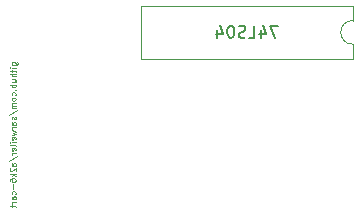
<source format=gbr>
%TF.GenerationSoftware,KiCad,Pcbnew,(5.1.6-0-10_14)*%
%TF.CreationDate,2020-09-23T23:55:55+02:00*%
%TF.ProjectId,a2k6-cart,61326b36-2d63-4617-9274-2e6b69636164,rev?*%
%TF.SameCoordinates,Original*%
%TF.FileFunction,Legend,Bot*%
%TF.FilePolarity,Positive*%
%FSLAX46Y46*%
G04 Gerber Fmt 4.6, Leading zero omitted, Abs format (unit mm)*
G04 Created by KiCad (PCBNEW (5.1.6-0-10_14)) date 2020-09-23 23:55:55*
%MOMM*%
%LPD*%
G01*
G04 APERTURE LIST*
%ADD10C,0.125000*%
%ADD11C,0.120000*%
%ADD12C,0.150000*%
G04 APERTURE END LIST*
D10*
X132734857Y-87591047D02*
X133139619Y-87591047D01*
X133187238Y-87567238D01*
X133211047Y-87543428D01*
X133234857Y-87495809D01*
X133234857Y-87424380D01*
X133211047Y-87376761D01*
X133044380Y-87591047D02*
X133068190Y-87543428D01*
X133068190Y-87448190D01*
X133044380Y-87400571D01*
X133020571Y-87376761D01*
X132972952Y-87352952D01*
X132830095Y-87352952D01*
X132782476Y-87376761D01*
X132758666Y-87400571D01*
X132734857Y-87448190D01*
X132734857Y-87543428D01*
X132758666Y-87591047D01*
X133068190Y-87829142D02*
X132734857Y-87829142D01*
X132568190Y-87829142D02*
X132592000Y-87805333D01*
X132615809Y-87829142D01*
X132592000Y-87852952D01*
X132568190Y-87829142D01*
X132615809Y-87829142D01*
X132734857Y-87995809D02*
X132734857Y-88186285D01*
X132568190Y-88067238D02*
X132996761Y-88067238D01*
X133044380Y-88091047D01*
X133068190Y-88138666D01*
X133068190Y-88186285D01*
X133068190Y-88352952D02*
X132568190Y-88352952D01*
X133068190Y-88567238D02*
X132806285Y-88567238D01*
X132758666Y-88543428D01*
X132734857Y-88495809D01*
X132734857Y-88424380D01*
X132758666Y-88376761D01*
X132782476Y-88352952D01*
X132734857Y-89019619D02*
X133068190Y-89019619D01*
X132734857Y-88805333D02*
X132996761Y-88805333D01*
X133044380Y-88829142D01*
X133068190Y-88876761D01*
X133068190Y-88948190D01*
X133044380Y-88995809D01*
X133020571Y-89019619D01*
X133068190Y-89257714D02*
X132568190Y-89257714D01*
X132758666Y-89257714D02*
X132734857Y-89305333D01*
X132734857Y-89400571D01*
X132758666Y-89448190D01*
X132782476Y-89472000D01*
X132830095Y-89495809D01*
X132972952Y-89495809D01*
X133020571Y-89472000D01*
X133044380Y-89448190D01*
X133068190Y-89400571D01*
X133068190Y-89305333D01*
X133044380Y-89257714D01*
X133020571Y-89710095D02*
X133044380Y-89733904D01*
X133068190Y-89710095D01*
X133044380Y-89686285D01*
X133020571Y-89710095D01*
X133068190Y-89710095D01*
X133044380Y-90162476D02*
X133068190Y-90114857D01*
X133068190Y-90019619D01*
X133044380Y-89972000D01*
X133020571Y-89948190D01*
X132972952Y-89924380D01*
X132830095Y-89924380D01*
X132782476Y-89948190D01*
X132758666Y-89972000D01*
X132734857Y-90019619D01*
X132734857Y-90114857D01*
X132758666Y-90162476D01*
X133068190Y-90448190D02*
X133044380Y-90400571D01*
X133020571Y-90376761D01*
X132972952Y-90352952D01*
X132830095Y-90352952D01*
X132782476Y-90376761D01*
X132758666Y-90400571D01*
X132734857Y-90448190D01*
X132734857Y-90519619D01*
X132758666Y-90567238D01*
X132782476Y-90591047D01*
X132830095Y-90614857D01*
X132972952Y-90614857D01*
X133020571Y-90591047D01*
X133044380Y-90567238D01*
X133068190Y-90519619D01*
X133068190Y-90448190D01*
X133068190Y-90829142D02*
X132734857Y-90829142D01*
X132782476Y-90829142D02*
X132758666Y-90852952D01*
X132734857Y-90900571D01*
X132734857Y-90972000D01*
X132758666Y-91019619D01*
X132806285Y-91043428D01*
X133068190Y-91043428D01*
X132806285Y-91043428D02*
X132758666Y-91067238D01*
X132734857Y-91114857D01*
X132734857Y-91186285D01*
X132758666Y-91233904D01*
X132806285Y-91257714D01*
X133068190Y-91257714D01*
X132544380Y-91852952D02*
X133187238Y-91424380D01*
X133044380Y-91995809D02*
X133068190Y-92043428D01*
X133068190Y-92138666D01*
X133044380Y-92186285D01*
X132996761Y-92210095D01*
X132972952Y-92210095D01*
X132925333Y-92186285D01*
X132901523Y-92138666D01*
X132901523Y-92067238D01*
X132877714Y-92019619D01*
X132830095Y-91995809D01*
X132806285Y-91995809D01*
X132758666Y-92019619D01*
X132734857Y-92067238D01*
X132734857Y-92138666D01*
X132758666Y-92186285D01*
X133068190Y-92638666D02*
X132806285Y-92638666D01*
X132758666Y-92614857D01*
X132734857Y-92567238D01*
X132734857Y-92472000D01*
X132758666Y-92424380D01*
X133044380Y-92638666D02*
X133068190Y-92591047D01*
X133068190Y-92472000D01*
X133044380Y-92424380D01*
X132996761Y-92400571D01*
X132949142Y-92400571D01*
X132901523Y-92424380D01*
X132877714Y-92472000D01*
X132877714Y-92591047D01*
X132853904Y-92638666D01*
X133068190Y-92876761D02*
X132734857Y-92876761D01*
X132830095Y-92876761D02*
X132782476Y-92900571D01*
X132758666Y-92924380D01*
X132734857Y-92972000D01*
X132734857Y-93019619D01*
X132734857Y-93138666D02*
X133068190Y-93233904D01*
X132830095Y-93329142D01*
X133068190Y-93424380D01*
X132734857Y-93519619D01*
X133044380Y-93900571D02*
X133068190Y-93852952D01*
X133068190Y-93757714D01*
X133044380Y-93710095D01*
X132996761Y-93686285D01*
X132806285Y-93686285D01*
X132758666Y-93710095D01*
X132734857Y-93757714D01*
X132734857Y-93852952D01*
X132758666Y-93900571D01*
X132806285Y-93924380D01*
X132853904Y-93924380D01*
X132901523Y-93686285D01*
X133068190Y-94138666D02*
X132734857Y-94138666D01*
X132568190Y-94138666D02*
X132592000Y-94114857D01*
X132615809Y-94138666D01*
X132592000Y-94162476D01*
X132568190Y-94138666D01*
X132615809Y-94138666D01*
X133068190Y-94448190D02*
X133044380Y-94400571D01*
X132996761Y-94376761D01*
X132568190Y-94376761D01*
X133044380Y-94829142D02*
X133068190Y-94781523D01*
X133068190Y-94686285D01*
X133044380Y-94638666D01*
X132996761Y-94614857D01*
X132806285Y-94614857D01*
X132758666Y-94638666D01*
X132734857Y-94686285D01*
X132734857Y-94781523D01*
X132758666Y-94829142D01*
X132806285Y-94852952D01*
X132853904Y-94852952D01*
X132901523Y-94614857D01*
X133068190Y-95067238D02*
X132734857Y-95067238D01*
X132830095Y-95067238D02*
X132782476Y-95091047D01*
X132758666Y-95114857D01*
X132734857Y-95162476D01*
X132734857Y-95210095D01*
X132544380Y-95733904D02*
X133187238Y-95305333D01*
X133068190Y-96114857D02*
X132806285Y-96114857D01*
X132758666Y-96091047D01*
X132734857Y-96043428D01*
X132734857Y-95948190D01*
X132758666Y-95900571D01*
X133044380Y-96114857D02*
X133068190Y-96067238D01*
X133068190Y-95948190D01*
X133044380Y-95900571D01*
X132996761Y-95876761D01*
X132949142Y-95876761D01*
X132901523Y-95900571D01*
X132877714Y-95948190D01*
X132877714Y-96067238D01*
X132853904Y-96114857D01*
X132615809Y-96329142D02*
X132592000Y-96352952D01*
X132568190Y-96400571D01*
X132568190Y-96519619D01*
X132592000Y-96567238D01*
X132615809Y-96591047D01*
X132663428Y-96614857D01*
X132711047Y-96614857D01*
X132782476Y-96591047D01*
X133068190Y-96305333D01*
X133068190Y-96614857D01*
X133068190Y-96829142D02*
X132568190Y-96829142D01*
X132877714Y-96876761D02*
X133068190Y-97019619D01*
X132734857Y-97019619D02*
X132925333Y-96829142D01*
X132568190Y-97448190D02*
X132568190Y-97352952D01*
X132592000Y-97305333D01*
X132615809Y-97281523D01*
X132687238Y-97233904D01*
X132782476Y-97210095D01*
X132972952Y-97210095D01*
X133020571Y-97233904D01*
X133044380Y-97257714D01*
X133068190Y-97305333D01*
X133068190Y-97400571D01*
X133044380Y-97448190D01*
X133020571Y-97472000D01*
X132972952Y-97495809D01*
X132853904Y-97495809D01*
X132806285Y-97472000D01*
X132782476Y-97448190D01*
X132758666Y-97400571D01*
X132758666Y-97305333D01*
X132782476Y-97257714D01*
X132806285Y-97233904D01*
X132853904Y-97210095D01*
X132877714Y-97710095D02*
X132877714Y-98091047D01*
X133044380Y-98543428D02*
X133068190Y-98495809D01*
X133068190Y-98400571D01*
X133044380Y-98352952D01*
X133020571Y-98329142D01*
X132972952Y-98305333D01*
X132830095Y-98305333D01*
X132782476Y-98329142D01*
X132758666Y-98352952D01*
X132734857Y-98400571D01*
X132734857Y-98495809D01*
X132758666Y-98543428D01*
X133068190Y-98972000D02*
X132806285Y-98972000D01*
X132758666Y-98948190D01*
X132734857Y-98900571D01*
X132734857Y-98805333D01*
X132758666Y-98757714D01*
X133044380Y-98972000D02*
X133068190Y-98924380D01*
X133068190Y-98805333D01*
X133044380Y-98757714D01*
X132996761Y-98733904D01*
X132949142Y-98733904D01*
X132901523Y-98757714D01*
X132877714Y-98805333D01*
X132877714Y-98924380D01*
X132853904Y-98972000D01*
X133068190Y-99210095D02*
X132734857Y-99210095D01*
X132830095Y-99210095D02*
X132782476Y-99233904D01*
X132758666Y-99257714D01*
X132734857Y-99305333D01*
X132734857Y-99352952D01*
X132734857Y-99448190D02*
X132734857Y-99638666D01*
X132568190Y-99519619D02*
X132996761Y-99519619D01*
X133044380Y-99543428D01*
X133068190Y-99591047D01*
X133068190Y-99638666D01*
D11*
%TO.C,U2*%
X161604000Y-85836000D02*
X161604000Y-87086000D01*
X161604000Y-87086000D02*
X143704000Y-87086000D01*
X143704000Y-87086000D02*
X143704000Y-82586000D01*
X143704000Y-82586000D02*
X161604000Y-82586000D01*
X161604000Y-82586000D02*
X161604000Y-83836000D01*
X161604000Y-83836000D02*
G75*
G03*
X161604000Y-85836000I0J-1000000D01*
G01*
D12*
X155296857Y-84288380D02*
X154630190Y-84288380D01*
X155058761Y-85288380D01*
X153820666Y-84621714D02*
X153820666Y-85288380D01*
X154058761Y-84240761D02*
X154296857Y-84955047D01*
X153677809Y-84955047D01*
X152820666Y-85288380D02*
X153296857Y-85288380D01*
X153296857Y-84288380D01*
X152534952Y-85240761D02*
X152392095Y-85288380D01*
X152154000Y-85288380D01*
X152058761Y-85240761D01*
X152011142Y-85193142D01*
X151963523Y-85097904D01*
X151963523Y-85002666D01*
X152011142Y-84907428D01*
X152058761Y-84859809D01*
X152154000Y-84812190D01*
X152344476Y-84764571D01*
X152439714Y-84716952D01*
X152487333Y-84669333D01*
X152534952Y-84574095D01*
X152534952Y-84478857D01*
X152487333Y-84383619D01*
X152439714Y-84336000D01*
X152344476Y-84288380D01*
X152106380Y-84288380D01*
X151963523Y-84336000D01*
X151344476Y-84288380D02*
X151249238Y-84288380D01*
X151154000Y-84336000D01*
X151106380Y-84383619D01*
X151058761Y-84478857D01*
X151011142Y-84669333D01*
X151011142Y-84907428D01*
X151058761Y-85097904D01*
X151106380Y-85193142D01*
X151154000Y-85240761D01*
X151249238Y-85288380D01*
X151344476Y-85288380D01*
X151439714Y-85240761D01*
X151487333Y-85193142D01*
X151534952Y-85097904D01*
X151582571Y-84907428D01*
X151582571Y-84669333D01*
X151534952Y-84478857D01*
X151487333Y-84383619D01*
X151439714Y-84336000D01*
X151344476Y-84288380D01*
X150154000Y-84621714D02*
X150154000Y-85288380D01*
X150392095Y-84240761D02*
X150630190Y-84955047D01*
X150011142Y-84955047D01*
%TD*%
M02*

</source>
